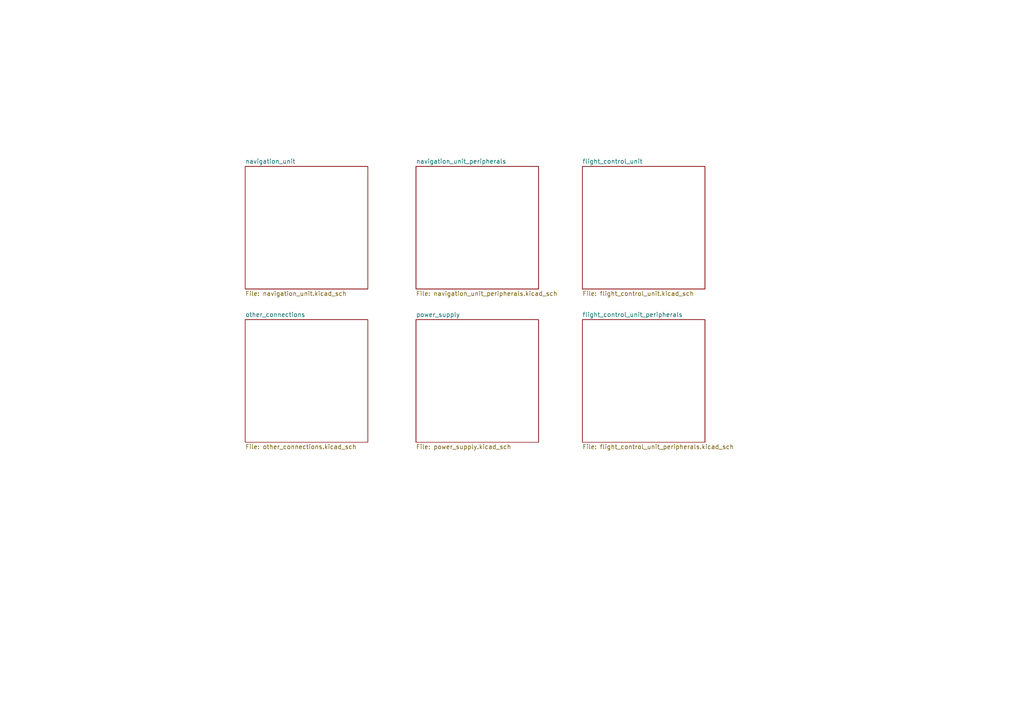
<source format=kicad_sch>
(kicad_sch
	(version 20250114)
	(generator "eeschema")
	(generator_version "9.0")
	(uuid "7dce3647-2289-405b-b84a-b8061fb27a64")
	(paper "A4")
	(lib_symbols)
	(sheet
		(at 168.91 48.26)
		(size 35.56 35.56)
		(exclude_from_sim no)
		(in_bom yes)
		(on_board yes)
		(dnp no)
		(fields_autoplaced yes)
		(stroke
			(width 0.1524)
			(type solid)
		)
		(fill
			(color 0 0 0 0.0000)
		)
		(uuid "1c65404d-50c5-46d1-b625-ffce2f4b1080")
		(property "Sheetname" "flight_control_unit"
			(at 168.91 47.5484 0)
			(effects
				(font
					(size 1.27 1.27)
				)
				(justify left bottom)
			)
		)
		(property "Sheetfile" "flight_control_unit.kicad_sch"
			(at 168.91 84.4046 0)
			(effects
				(font
					(size 1.27 1.27)
				)
				(justify left top)
			)
		)
		(instances
			(project "gravitumfcs"
				(path "/7dce3647-2289-405b-b84a-b8061fb27a64"
					(page "4")
				)
			)
		)
	)
	(sheet
		(at 71.12 92.71)
		(size 35.56 35.56)
		(exclude_from_sim no)
		(in_bom yes)
		(on_board yes)
		(dnp no)
		(fields_autoplaced yes)
		(stroke
			(width 0.1524)
			(type solid)
		)
		(fill
			(color 0 0 0 0.0000)
		)
		(uuid "3cc47f15-fb8d-4189-a2cd-c691e25d24fd")
		(property "Sheetname" "other_connections"
			(at 71.12 91.9984 0)
			(effects
				(font
					(size 1.27 1.27)
				)
				(justify left bottom)
			)
		)
		(property "Sheetfile" "other_connections.kicad_sch"
			(at 71.12 128.8546 0)
			(effects
				(font
					(size 1.27 1.27)
				)
				(justify left top)
			)
		)
		(instances
			(project "gravitumfcs"
				(path "/7dce3647-2289-405b-b84a-b8061fb27a64"
					(page "7")
				)
			)
		)
	)
	(sheet
		(at 168.91 92.71)
		(size 35.56 35.56)
		(exclude_from_sim no)
		(in_bom yes)
		(on_board yes)
		(dnp no)
		(fields_autoplaced yes)
		(stroke
			(width 0.1524)
			(type solid)
		)
		(fill
			(color 0 0 0 0.0000)
		)
		(uuid "441dfa0b-19cb-4d57-85b3-82c7bab671ff")
		(property "Sheetname" "flight_control_unit_peripherals"
			(at 168.91 91.9984 0)
			(effects
				(font
					(size 1.27 1.27)
				)
				(justify left bottom)
			)
		)
		(property "Sheetfile" "flight_control_unit_peripherals.kicad_sch"
			(at 168.91 128.8546 0)
			(effects
				(font
					(size 1.27 1.27)
				)
				(justify left top)
			)
		)
		(instances
			(project "gravitumfcs"
				(path "/7dce3647-2289-405b-b84a-b8061fb27a64"
					(page "5")
				)
			)
		)
	)
	(sheet
		(at 120.65 48.26)
		(size 35.56 35.56)
		(exclude_from_sim no)
		(in_bom yes)
		(on_board yes)
		(dnp no)
		(fields_autoplaced yes)
		(stroke
			(width 0.1524)
			(type solid)
		)
		(fill
			(color 0 0 0 0.0000)
		)
		(uuid "5cffd222-1857-4f8d-a023-db8c1a0f14d8")
		(property "Sheetname" "navigation_unit_peripherals"
			(at 120.65 47.5484 0)
			(effects
				(font
					(size 1.27 1.27)
				)
				(justify left bottom)
			)
		)
		(property "Sheetfile" "navigation_unit_peripherals.kicad_sch"
			(at 120.65 84.4046 0)
			(effects
				(font
					(size 1.27 1.27)
				)
				(justify left top)
			)
		)
		(instances
			(project "gravitumfcs"
				(path "/7dce3647-2289-405b-b84a-b8061fb27a64"
					(page "3")
				)
			)
		)
	)
	(sheet
		(at 120.65 92.71)
		(size 35.56 35.56)
		(exclude_from_sim no)
		(in_bom yes)
		(on_board yes)
		(dnp no)
		(fields_autoplaced yes)
		(stroke
			(width 0.1524)
			(type solid)
		)
		(fill
			(color 0 0 0 0.0000)
		)
		(uuid "e3b43cc0-b923-4351-ad9b-9ab29e40b2d2")
		(property "Sheetname" "power_supply"
			(at 120.65 91.9984 0)
			(effects
				(font
					(size 1.27 1.27)
				)
				(justify left bottom)
			)
		)
		(property "Sheetfile" "power_supply.kicad_sch"
			(at 120.65 128.8546 0)
			(effects
				(font
					(size 1.27 1.27)
				)
				(justify left top)
			)
		)
		(instances
			(project "gravitumfcs"
				(path "/7dce3647-2289-405b-b84a-b8061fb27a64"
					(page "6")
				)
			)
		)
	)
	(sheet
		(at 71.12 48.26)
		(size 35.56 35.56)
		(exclude_from_sim no)
		(in_bom yes)
		(on_board yes)
		(dnp no)
		(fields_autoplaced yes)
		(stroke
			(width 0.1524)
			(type solid)
		)
		(fill
			(color 0 0 0 0.0000)
		)
		(uuid "f7547d2d-2082-41bb-82fc-4edf5b75c1a0")
		(property "Sheetname" "navigation_unit"
			(at 71.12 47.5484 0)
			(effects
				(font
					(size 1.27 1.27)
				)
				(justify left bottom)
			)
		)
		(property "Sheetfile" "navigation_unit.kicad_sch"
			(at 71.12 84.4046 0)
			(effects
				(font
					(size 1.27 1.27)
				)
				(justify left top)
			)
		)
		(instances
			(project "gravitumfcs"
				(path "/7dce3647-2289-405b-b84a-b8061fb27a64"
					(page "2")
				)
			)
		)
	)
	(sheet_instances
		(path "/"
			(page "1")
		)
	)
	(embedded_fonts no)
)

</source>
